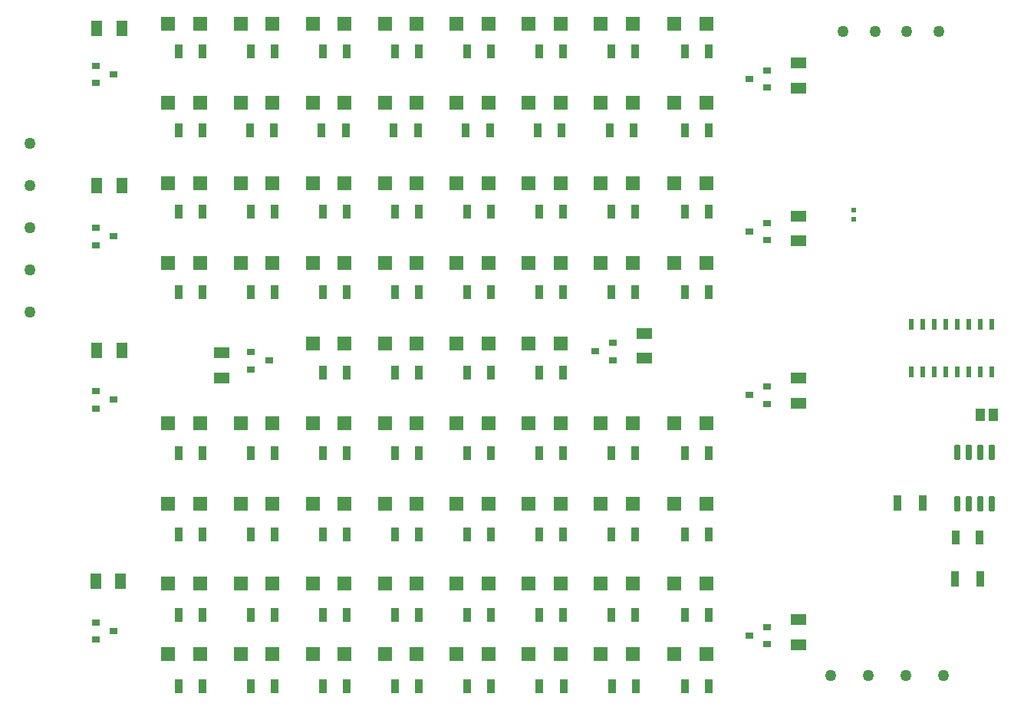
<source format=gtp>
G04*
G04 #@! TF.GenerationSoftware,Altium Limited,Altium Designer,20.1.12 (249)*
G04*
G04 Layer_Color=8421504*
%FSLAX25Y25*%
%MOIN*%
G70*
G04*
G04 #@! TF.SameCoordinates,6FFDD3B3-A9CC-4E3F-A20B-3D8C1E4D05DD*
G04*
G04*
G04 #@! TF.FilePolarity,Positive*
G04*
G01*
G75*
%ADD16C,0.05000*%
%ADD17R,0.01968X0.01870*%
%ADD18R,0.03378X0.06150*%
G04:AMPARAMS|DCode=19|XSize=25.59mil|YSize=64.96mil|CornerRadius=1.92mil|HoleSize=0mil|Usage=FLASHONLY|Rotation=0.000|XOffset=0mil|YOffset=0mil|HoleType=Round|Shape=RoundedRectangle|*
%AMROUNDEDRECTD19*
21,1,0.02559,0.06112,0,0,0.0*
21,1,0.02175,0.06496,0,0,0.0*
1,1,0.00384,0.01088,-0.03056*
1,1,0.00384,-0.01088,-0.03056*
1,1,0.00384,-0.01088,0.03056*
1,1,0.00384,0.01088,0.03056*
%
%ADD19ROUNDEDRECTD19*%
%ADD20R,0.04152X0.05339*%
%ADD21R,0.03740X0.06693*%
G04:AMPARAMS|DCode=22|XSize=21.65mil|YSize=49.21mil|CornerRadius=1.95mil|HoleSize=0mil|Usage=FLASHONLY|Rotation=0.000|XOffset=0mil|YOffset=0mil|HoleType=Round|Shape=RoundedRectangle|*
%AMROUNDEDRECTD22*
21,1,0.02165,0.04532,0,0,0.0*
21,1,0.01776,0.04921,0,0,0.0*
1,1,0.00390,0.00888,-0.02266*
1,1,0.00390,-0.00888,-0.02266*
1,1,0.00390,-0.00888,0.02266*
1,1,0.00390,0.00888,0.02266*
%
%ADD22ROUNDEDRECTD22*%
%ADD23R,0.03740X0.06693*%
%ADD24R,0.05906X0.05906*%
%ADD25R,0.03543X0.06102*%
%ADD26R,0.03543X0.03150*%
%ADD27R,0.04921X0.07087*%
%ADD28R,0.07087X0.04921*%
D16*
X257631Y401125D02*
D03*
X654500Y188000D02*
D03*
X638667Y468000D02*
D03*
X652500D02*
D03*
X257631Y419500D02*
D03*
X611000Y468000D02*
D03*
X624833D02*
D03*
X638167Y188000D02*
D03*
X605500D02*
D03*
X621833D02*
D03*
X257631Y382750D02*
D03*
Y346000D02*
D03*
Y364375D02*
D03*
D17*
X615500Y386482D02*
D03*
Y390518D02*
D03*
D18*
X659868Y248000D02*
D03*
X670317D02*
D03*
D19*
X675671Y285122D02*
D03*
X670671D02*
D03*
X665671D02*
D03*
X660671D02*
D03*
X675671Y262878D02*
D03*
X670671D02*
D03*
X665671D02*
D03*
X660671D02*
D03*
D20*
X670643Y301500D02*
D03*
X676357D02*
D03*
D21*
X645512Y263000D02*
D03*
X634488D02*
D03*
D22*
X640500Y340835D02*
D03*
X675500Y320165D02*
D03*
X670500D02*
D03*
X665500D02*
D03*
X660500D02*
D03*
X655500D02*
D03*
X650500D02*
D03*
X640500D02*
D03*
X650500Y340835D02*
D03*
X655500D02*
D03*
X675500D02*
D03*
X645500Y320165D02*
D03*
Y340835D02*
D03*
X660500D02*
D03*
X670500D02*
D03*
X665500D02*
D03*
D23*
X670500Y230000D02*
D03*
X659673D02*
D03*
D24*
X317610Y228000D02*
D03*
X331390D02*
D03*
X349110D02*
D03*
X362889D02*
D03*
X380410D02*
D03*
X394189D02*
D03*
X380410Y332500D02*
D03*
X394189D02*
D03*
X411710Y228000D02*
D03*
X425489D02*
D03*
X411710Y332500D02*
D03*
X425489D02*
D03*
X443010Y228000D02*
D03*
X456789D02*
D03*
X443010Y332500D02*
D03*
X456789D02*
D03*
X474310Y228000D02*
D03*
X488089D02*
D03*
X474310Y332500D02*
D03*
X488089D02*
D03*
X505610Y228000D02*
D03*
X519389D02*
D03*
X551390D02*
D03*
X537610D02*
D03*
X317610Y297666D02*
D03*
X331390D02*
D03*
X317610Y367333D02*
D03*
X331390D02*
D03*
X317610Y402166D02*
D03*
X331390D02*
D03*
X317610Y437000D02*
D03*
X331390D02*
D03*
Y471500D02*
D03*
X317610D02*
D03*
X349110Y297666D02*
D03*
X362889D02*
D03*
X349110Y367333D02*
D03*
X362889D02*
D03*
X349110Y402166D02*
D03*
X362889D02*
D03*
Y437000D02*
D03*
X349110D02*
D03*
X362889Y471500D02*
D03*
X349110D02*
D03*
X380410Y297666D02*
D03*
X394189D02*
D03*
X380410Y367333D02*
D03*
X394189D02*
D03*
X380410Y402166D02*
D03*
X394189D02*
D03*
Y437000D02*
D03*
X380410D02*
D03*
X394189Y471500D02*
D03*
X380410D02*
D03*
X411710Y297666D02*
D03*
X425489D02*
D03*
X411710Y367333D02*
D03*
X425489D02*
D03*
X411710Y402166D02*
D03*
X425489D02*
D03*
Y437000D02*
D03*
X411710D02*
D03*
X425489Y471500D02*
D03*
X411710D02*
D03*
X443010Y297666D02*
D03*
X456789D02*
D03*
X443010Y367333D02*
D03*
X456789D02*
D03*
X443010Y402166D02*
D03*
X456789D02*
D03*
Y437000D02*
D03*
X443010D02*
D03*
X456789Y471500D02*
D03*
X443010D02*
D03*
X474310Y297666D02*
D03*
X488089D02*
D03*
X474310Y367333D02*
D03*
X488089D02*
D03*
X474310Y402166D02*
D03*
X488089D02*
D03*
Y437000D02*
D03*
X474310D02*
D03*
X488089Y471500D02*
D03*
X474310D02*
D03*
X519389Y297666D02*
D03*
X505610D02*
D03*
X519390Y367333D02*
D03*
X505610D02*
D03*
X505610Y402166D02*
D03*
X519389D02*
D03*
X519390Y437000D02*
D03*
X505610D02*
D03*
X519390Y471500D02*
D03*
X505610D02*
D03*
X551390Y297666D02*
D03*
X537610D02*
D03*
X551390Y367333D02*
D03*
X537610D02*
D03*
X551390Y402166D02*
D03*
X537610D02*
D03*
X551390Y437000D02*
D03*
X537610D02*
D03*
X551390Y471500D02*
D03*
X537610D02*
D03*
X317610Y197500D02*
D03*
X331390D02*
D03*
X317610Y262833D02*
D03*
X331390D02*
D03*
X349110Y197500D02*
D03*
X362889D02*
D03*
X349110Y262833D02*
D03*
X362889D02*
D03*
X380410Y197500D02*
D03*
X394189D02*
D03*
X380410Y262833D02*
D03*
X394189D02*
D03*
X411710Y197500D02*
D03*
X425489D02*
D03*
X411710Y262833D02*
D03*
X425489D02*
D03*
X443010Y197500D02*
D03*
X456789D02*
D03*
X443010Y262833D02*
D03*
X456789D02*
D03*
X474310Y197500D02*
D03*
X488089D02*
D03*
X474310Y262833D02*
D03*
X488089D02*
D03*
X505610Y197500D02*
D03*
X519389D02*
D03*
X505610Y262833D02*
D03*
X519389D02*
D03*
X537610Y197500D02*
D03*
X551390D02*
D03*
Y262833D02*
D03*
X537610D02*
D03*
D25*
X332472Y284667D02*
D03*
X322039D02*
D03*
Y459500D02*
D03*
X332472D02*
D03*
X363972Y284667D02*
D03*
X353539D02*
D03*
Y459500D02*
D03*
X363972D02*
D03*
X384839D02*
D03*
X395272D02*
D03*
Y284667D02*
D03*
X384839D02*
D03*
X416139Y459500D02*
D03*
X426572D02*
D03*
X416139Y284667D02*
D03*
X426572D02*
D03*
X447439Y459500D02*
D03*
X457872D02*
D03*
X447439Y284667D02*
D03*
X457872D02*
D03*
X489172D02*
D03*
X478739D02*
D03*
Y459500D02*
D03*
X489172D02*
D03*
X510039Y284667D02*
D03*
X520472D02*
D03*
X510039Y459500D02*
D03*
X520472D02*
D03*
X542039Y284667D02*
D03*
X552472D02*
D03*
X542039Y459500D02*
D03*
X552472D02*
D03*
X332472Y183500D02*
D03*
X322039D02*
D03*
X332472Y214500D02*
D03*
X322039D02*
D03*
X332472Y249583D02*
D03*
X322039D02*
D03*
X332472Y425000D02*
D03*
X322039D02*
D03*
X363972Y183500D02*
D03*
X353539D02*
D03*
Y214500D02*
D03*
X363972D02*
D03*
X353539Y249583D02*
D03*
X363972D02*
D03*
X353039Y425000D02*
D03*
X363472D02*
D03*
X395272Y183500D02*
D03*
X384839D02*
D03*
Y214500D02*
D03*
X395272D02*
D03*
X384839Y249583D02*
D03*
X395272D02*
D03*
Y319750D02*
D03*
X384839D02*
D03*
X384339Y425000D02*
D03*
X394772D02*
D03*
X426572Y183500D02*
D03*
X416139D02*
D03*
Y214500D02*
D03*
X426572D02*
D03*
X416139Y249583D02*
D03*
X426572D02*
D03*
X416139Y319750D02*
D03*
X426572D02*
D03*
X415639Y425000D02*
D03*
X426072D02*
D03*
X457872Y183500D02*
D03*
X447439D02*
D03*
Y214500D02*
D03*
X457872D02*
D03*
X447439Y249583D02*
D03*
X457872D02*
D03*
X447439Y319750D02*
D03*
X457872D02*
D03*
X446939Y425000D02*
D03*
X457372D02*
D03*
X489406Y183500D02*
D03*
X478972D02*
D03*
X478739Y214500D02*
D03*
X489172D02*
D03*
X478739Y249583D02*
D03*
X489172D02*
D03*
Y319750D02*
D03*
X478739D02*
D03*
X478239Y425000D02*
D03*
X488672D02*
D03*
X520939Y183500D02*
D03*
X510506D02*
D03*
X510039Y214500D02*
D03*
X520472D02*
D03*
X510039Y249583D02*
D03*
X520472D02*
D03*
X509539Y425000D02*
D03*
X519972D02*
D03*
X552472Y183500D02*
D03*
X542039D02*
D03*
Y214500D02*
D03*
X552472D02*
D03*
X542039Y249583D02*
D03*
X552472D02*
D03*
X542039Y425000D02*
D03*
X552472D02*
D03*
X332472Y354833D02*
D03*
X322039D02*
D03*
X332472Y389917D02*
D03*
X322039D02*
D03*
X363972Y354833D02*
D03*
X353539D02*
D03*
Y389917D02*
D03*
X363972D02*
D03*
X395272Y354833D02*
D03*
X384839D02*
D03*
X384839Y389917D02*
D03*
X395272D02*
D03*
X416139Y354833D02*
D03*
X426572D02*
D03*
X416139Y389917D02*
D03*
X426572D02*
D03*
X447439Y354833D02*
D03*
X457872D02*
D03*
X447439Y389917D02*
D03*
X457872D02*
D03*
X489172Y354833D02*
D03*
X478739D02*
D03*
X478739Y389917D02*
D03*
X489172D02*
D03*
X510039Y354833D02*
D03*
X520472D02*
D03*
X510039Y389917D02*
D03*
X520472D02*
D03*
X542039Y354833D02*
D03*
X552472D02*
D03*
X542039Y389917D02*
D03*
X552472D02*
D03*
D26*
X503063Y329000D02*
D03*
X510937Y332740D02*
D03*
Y325260D02*
D03*
X293937Y207500D02*
D03*
X286063Y203760D02*
D03*
Y211240D02*
D03*
X293937Y307933D02*
D03*
X286063Y304193D02*
D03*
Y311673D02*
D03*
X293937Y379000D02*
D03*
X286063Y375260D02*
D03*
Y382740D02*
D03*
X577937Y201760D02*
D03*
Y209240D02*
D03*
X570063Y205500D02*
D03*
Y310000D02*
D03*
X577937Y313740D02*
D03*
Y306260D02*
D03*
X570063Y381067D02*
D03*
X577937Y384807D02*
D03*
Y377327D02*
D03*
X293937Y449500D02*
D03*
X286063Y445760D02*
D03*
Y453240D02*
D03*
X361381Y325000D02*
D03*
X353507Y321260D02*
D03*
Y328740D02*
D03*
X570063Y447500D02*
D03*
X577937Y451240D02*
D03*
Y443760D02*
D03*
D27*
X296913Y229000D02*
D03*
X286087D02*
D03*
X297413Y329500D02*
D03*
X286587D02*
D03*
X297413Y401000D02*
D03*
X286587D02*
D03*
Y469500D02*
D03*
X297413D02*
D03*
D28*
X524500Y336913D02*
D03*
Y326087D02*
D03*
X591500Y201587D02*
D03*
Y212413D02*
D03*
Y306587D02*
D03*
Y317413D02*
D03*
X341000Y317587D02*
D03*
Y328413D02*
D03*
X591500Y377087D02*
D03*
Y387913D02*
D03*
Y443587D02*
D03*
Y454413D02*
D03*
M02*

</source>
